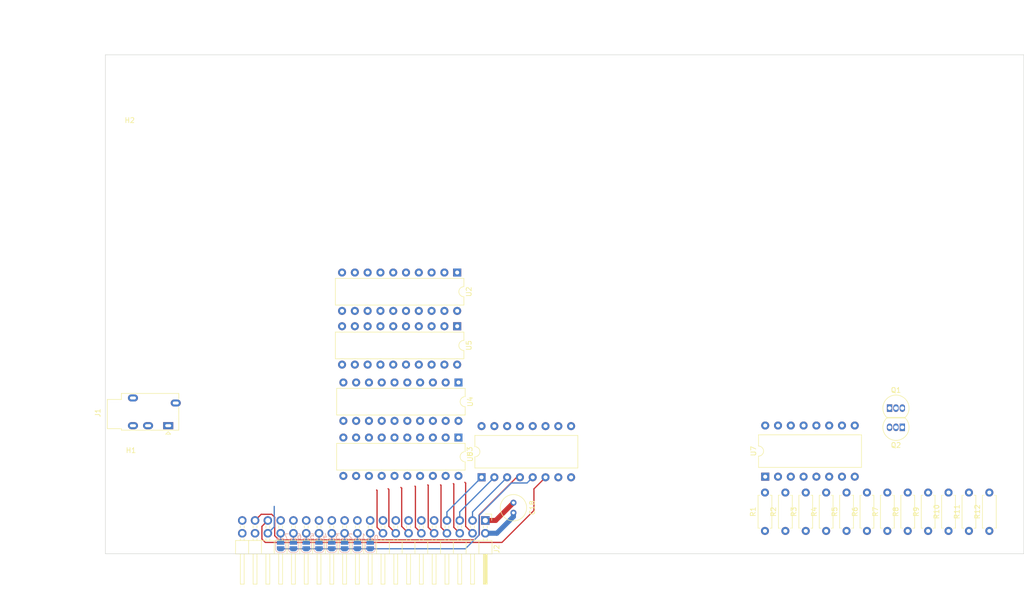
<source format=kicad_pcb>
(kicad_pcb (version 20221018) (generator pcbnew)
  (layers (0 "F.Cu" signal) (31 "B.Cu" signal) (34 "B.Paste" user) (35 "F.Paste" user) (36 "B.SilkS" user "B.Silkscreen") (37 "F.SilkS" user "F.Silkscreen") (38 "B.Mask" user) (39 "F.Mask" user) (44 "Edge.Cuts" user))
  (net 0 "")
  (net 1 "/Expansion/VCC")
  (net 2 "/Expansion/GND")
  (net 3 "/Expansion/A0")
  (net 4 "/Channel/D0")
  (net 5 "/Expansion/A1")
  (net 6 "/Channel/D1")
  (net 7 "/Expansion/A2")
  (net 8 "/Channel/D2")
  (net 9 "/Expansion/A3")
  (net 10 "/Channel/D3")
  (net 11 "/Expansion/A4")
  (net 12 "/Channel/D4")
  (net 13 "/Expansion/A5")
  (net 14 "/Channel/D5")
  (net 15 "/Expansion/A6")
  (net 16 "/Channel/D6")
  (net 17 "/Expansion/A7")
  (net 18 "/Channel/D7")
  (net 19 "/Expansion/A8")
  (net 20 "Net-(J2-Pin_20)")
  (net 21 "/Expansion/A9")
  (net 22 "Net-(J2-Pin_22)")
  (net 23 "/Expansion/A10")
  (net 24 "Net-(J2-Pin_24)")
  (net 25 "/Expansion/A11")
  (net 26 "Net-(J2-Pin_26)")
  (net 27 "/Expansion/A12")
  (net 28 "Net-(J2-Pin_28)")
  (net 29 "/Expansion/A13")
  (net 30 "Net-(J2-Pin_30)")
  (net 31 "/Expansion/A14")
  (net 32 "Net-(J2-Pin_32)")
  (net 33 "/Expansion/A15")
  (net 34 "Net-(J2-Pin_34)")
  (net 35 "/Expansion/Clock")
  (net 36 "/Channel/~{Reset}")
  (net 37 "/Expansion/R~{W}")
  (net 38 "/Expansion/~{NMI}")
  (net 39 "/Expansion/~{DMA}")
  (net 40 "/Expansion/~{IRQ}")
  (net 41 "/Expansion/~{CS}")
  (net 51 "GND")
  (net 53 "/Channel/~{EnvelopeLatch}")
  (net 55 "VCC")
  (net 56 "/Channel/~{NoteLatch}")
  (net 65 "/Channel/~{VolumeLatch}")
  (net 66 "/Channel/~{OctaveLatch}")
  (net 89 "Net-(Q1-C)")
  (net 90 "Net-(Q1-B)")
  (net 91 "Net-(Q1-E)")
  (net 92 "Net-(Q2-C)")
  (net 93 "+12V")
  (net 94 "/Channel/VCA/Signal")
  (net 95 "Net-(U7A--)")
  (net 96 "/Channel/Envelope generator/CvOut")
  (net 97 "Net-(R6-Pad2)")
  (net 98 "Net-(U7B--)")
  (net 99 "Net-(U7B-+)")
  (net 100 "Net-(R11-Pad2)")
  (net 101 "/Channel/SoundOut")
  (footprint "Package_TO_SOT_THT:TO-92_Inline" (layer "F.Cu") (at 220.726 111.506)
    (fp_text reference "Q1" (at 1.27 -3.56) (layer "F.SilkS"))
    (fp_text value "BC558")
    (pad "1" thru_hole rect (at 0 0) (size 1.05 1.5) (drill 0.75) (layers "*.Cu" "*.Mask") (net 89 "Net-(Q1-C)"))
    (pad "2" thru_hole oval (at 1.27 0) (size 1.05 1.5) (drill 0.75) (layers "*.Cu" "*.Mask") (net 90 "Net-(Q1-B)"))
    (pad "3" thru_hole oval (at 2.54 0) (size 1.05 1.5) (drill 0.75) (layers "*.Cu" "*.Mask") (net 91 "Net-(Q1-E)"))
  )
  (footprint "Package_DIP:DIP-20_W7.62mm" (layer "F.Cu") (at 134.874 95.25 -90)
    (fp_text reference "U5" (at 3.81 -2.33 90) (layer "F.SilkS"))
    (fp_text value "74HCT574")
    (pad "1" thru_hole rect (at 0 0 270) (size 1.6 1.6) (drill 0.8) (layers "*.Cu" "*.Mask") (net 51 "GND"))
    (pad "2" thru_hole oval (at 0 2.54 270) (size 1.6 1.6) (drill 0.8) (layers "*.Cu" "*.Mask") (net 4 "/Channel/D0"))
    (pad "3" thru_hole oval (at 0 5.08 270) (size 1.6 1.6) (drill 0.8) (layers "*.Cu" "*.Mask") (net 6 "/Channel/D1"))
    (pad "4" thru_hole oval (at 0 7.62 270) (size 1.6 1.6) (drill 0.8) (layers "*.Cu" "*.Mask") (net 8 "/Channel/D2"))
    (pad "5" thru_hole oval (at 0 10.16 270) (size 1.6 1.6) (drill 0.8) (layers "*.Cu" "*.Mask") (net 10 "/Channel/D3"))
    (pad "6" thru_hole oval (at 0 12.7 270) (size 1.6 1.6) (drill 0.8) (layers "*.Cu" "*.Mask") (net 12 "/Channel/D4"))
    (pad "7" thru_hole oval (at 0 15.24 270) (size 1.6 1.6) (drill 0.8) (layers "*.Cu" "*.Mask") (net 14 "/Channel/D5"))
    (pad "8" thru_hole oval (at 0 17.78 270) (size 1.6 1.6) (drill 0.8) (layers "*.Cu" "*.Mask") (net 16 "/Channel/D6"))
    (pad "9" thru_hole oval (at 0 20.32 270) (size 1.6 1.6) (drill 0.8) (layers "*.Cu" "*.Mask") (net 18 "/Channel/D7"))
    (pad "10" thru_hole oval (at 0 22.86 270) (size 1.6 1.6) (drill 0.8) (layers "*.Cu" "*.Mask") (net 51 "GND"))
    (pad "11" thru_hole oval (at 7.62 22.86 270) (size 1.6 1.6) (drill 0.8) (layers "*.Cu" "*.Mask") (net 53 "/Channel/~{EnvelopeLatch}"))
    (pad "12" thru_hole oval (at 7.62 20.32 270) (size 1.6 1.6) (drill 0.8) (layers "*.Cu" "*.Mask"))
    (pad "13" thru_hole oval (at 7.62 17.78 270) (size 1.6 1.6) (drill 0.8) (layers "*.Cu" "*.Mask"))
    (pad "14" thru_hole oval (at 7.62 15.24 270) (size 1.6 1.6) (drill 0.8) (layers "*.Cu" "*.Mask"))
    (pad "15" thru_hole oval (at 7.62 12.7 270) (size 1.6 1.6) (drill 0.8) (layers "*.Cu" "*.Mask"))
    (pad "16" thru_hole oval (at 7.62 10.16 270) (size 1.6 1.6) (drill 0.8) (layers "*.Cu" "*.Mask"))
    (pad "17" thru_hole oval (at 7.62 7.62 270) (size 1.6 1.6) (drill 0.8) (layers "*.Cu" "*.Mask"))
    (pad "18" thru_hole oval (at 7.62 5.08 270) (size 1.6 1.6) (drill 0.8) (layers "*.Cu" "*.Mask"))
    (pad "19" thru_hole oval (at 7.62 2.54 270) (size 1.6 1.6) (drill 0.8) (layers "*.Cu" "*.Mask"))
    (pad "20" thru_hole oval (at 7.62 0 270) (size 1.6 1.6) (drill 0.8) (layers "*.Cu" "*.Mask") (net 55 "VCC"))
  )
  (footprint "Resistor_THT:R_Axial_DIN0207_L6.3mm_D2.5mm_P7.62mm_Horizontal" (layer "F.Cu") (at 224.338 135.89 90)
    (fp_text reference "R8" (at 3.81 -2.37 90) (layer "F.SilkS"))
    (fp_text value "10k")
    (pad "1" thru_hole circle (at 0 0 90) (size 1.6 1.6) (drill 0.8) (layers "*.Cu" "*.Mask") (net 92 "Net-(Q2-C)"))
    (pad "2" thru_hole oval (at 7.62 0 90) (size 1.6 1.6) (drill 0.8) (layers "*.Cu" "*.Mask") (net 99 "Net-(U7B-+)"))
  )
  (footprint "Package_DIP:DIP-20_W7.62mm" (layer "F.Cu") (at 135.128 117.348 -90)
    (fp_text reference "U6" (at 3.81 -2.33 90) (layer "F.SilkS"))
    (fp_text value "74HCT574")
    (pad "1" thru_hole rect (at 0 0 270) (size 1.6 1.6) (drill 0.8) (layers "*.Cu" "*.Mask") (net 51 "GND"))
    (pad "2" thru_hole oval (at 0 2.54 270) (size 1.6 1.6) (drill 0.8) (layers "*.Cu" "*.Mask") (net 4 "/Channel/D0"))
    (pad "3" thru_hole oval (at 0 5.08 270) (size 1.6 1.6) (drill 0.8) (layers "*.Cu" "*.Mask") (net 6 "/Channel/D1"))
    (pad "4" thru_hole oval (at 0 7.62 270) (size 1.6 1.6) (drill 0.8) (layers "*.Cu" "*.Mask") (net 8 "/Channel/D2"))
    (pad "5" thru_hole oval (at 0 10.16 270) (size 1.6 1.6) (drill 0.8) (layers "*.Cu" "*.Mask") (net 10 "/Channel/D3"))
    (pad "6" thru_hole oval (at 0 12.7 270) (size 1.6 1.6) (drill 0.8) (layers "*.Cu" "*.Mask") (net 12 "/Channel/D4"))
    (pad "7" thru_hole oval (at 0 15.24 270) (size 1.6 1.6) (drill 0.8) (layers "*.Cu" "*.Mask") (net 14 "/Channel/D5"))
    (pad "8" thru_hole oval (at 0 17.78 270) (size 1.6 1.6) (drill 0.8) (layers "*.Cu" "*.Mask") (net 16 "/Channel/D6"))
    (pad "9" thru_hole oval (at 0 20.32 270) (size 1.6 1.6) (drill 0.8) (layers "*.Cu" "*.Mask") (net 18 "/Channel/D7"))
    (pad "10" thru_hole oval (at 0 22.86 270) (size 1.6 1.6) (drill 0.8) (layers "*.Cu" "*.Mask") (net 51 "GND"))
    (pad "11" thru_hole oval (at 7.62 22.86 270) (size 1.6 1.6) (drill 0.8) (layers "*.Cu" "*.Mask") (net 66 "/Channel/~{OctaveLatch}"))
    (pad "12" thru_hole oval (at 7.62 20.32 270) (size 1.6 1.6) (drill 0.8) (layers "*.Cu" "*.Mask"))
    (pad "13" thru_hole oval (at 7.62 17.78 270) (size 1.6 1.6) (drill 0.8) (layers "*.Cu" "*.Mask"))
    (pad "14" thru_hole oval (at 7.62 15.24 270) (size 1.6 1.6) (drill 0.8) (layers "*.Cu" "*.Mask"))
    (pad "15" thru_hole oval (at 7.62 12.7 270) (size 1.6 1.6) (drill 0.8) (layers "*.Cu" "*.Mask"))
    (pad "16" thru_hole oval (at 7.62 10.16 270) (size 1.6 1.6) (drill 0.8) (layers "*.Cu" "*.Mask"))
    (pad "17" thru_hole oval (at 7.62 7.62 270) (size 1.6 1.6) (drill 0.8) (layers "*.Cu" "*.Mask"))
    (pad "18" thru_hole oval (at 7.62 5.08 270) (size 1.6 1.6) (drill 0.8) (layers "*.Cu" "*.Mask"))
    (pad "19" thru_hole oval (at 7.62 2.54 270) (size 1.6 1.6) (drill 0.8) (layers "*.Cu" "*.Mask"))
    (pad "20" thru_hole oval (at 7.62 0 270) (size 1.6 1.6) (drill 0.8) (layers "*.Cu" "*.Mask") (net 55 "VCC"))
  )
  (footprint "Resistor_THT:R_Axial_DIN0207_L6.3mm_D2.5mm_P7.62mm_Horizontal" (layer "F.Cu") (at 204.088 135.89 90)
    (fp_text reference "R3" (at 3.81 -2.37 90) (layer "F.SilkS"))
    (fp_text value "100k")
    (pad "1" thru_hole circle (at 0 0 90) (size 1.6 1.6) (drill 0.8) (layers "*.Cu" "*.Mask") (net 94 "/Channel/VCA/Signal"))
    (pad "2" thru_hole oval (at 7.62 0 90) (size 1.6 1.6) (drill 0.8) (layers "*.Cu" "*.Mask") (net 90 "Net-(Q1-B)"))
  )
  (footprint "MountingHole:MountingHole_2.5mm" (layer "F.Cu") (at 70.100199 123.399723)
    (fp_text reference "H1" (at 0 -3.5) (layer "F.SilkS"))
    (fp_text value "Bracket mounting")
    (pad "" np_thru_hole circle (at 0 0) (size 2.5 2.5) (drill 2.5) (layers "*.Cu" "*.Mask"))
  )
  (footprint "Package_DIP:DIP-16_W10.16mm" (layer "F.Cu") (at 196.038 125.12 90)
    (fp_text reference "U7" (at 5.08 -2.33 90) (layer "F.SilkS"))
    (fp_text value "TL074")
    (pad "1" thru_hole rect (at 0 0 90) (size 1.6 1.6) (drill 0.8) (layers "*.Cu" "*.Mask") (net 97 "Net-(R6-Pad2)"))
    (pad "2" thru_hole oval (at 0 2.54 90) (size 1.6 1.6) (drill 0.8) (layers "*.Cu" "*.Mask") (net 95 "Net-(U7A--)"))
    (pad "3" thru_hole oval (at 0 5.08 90) (size 1.6 1.6) (drill 0.8) (layers "*.Cu" "*.Mask") (net 51 "GND"))
    (pad "4" thru_hole oval (at 0 7.62 90) (size 1.6 1.6) (drill 0.8) (layers "*.Cu" "*.Mask"))
    (pad "5" thru_hole oval (at 0 10.16 90) (size 1.6 1.6) (drill 0.8) (layers "*.Cu" "*.Mask") (net 99 "Net-(U7B-+)"))
    (pad "6" thru_hole oval (at 0 12.7 90) (size 1.6 1.6) (drill 0.8) (layers "*.Cu" "*.Mask") (net 98 "Net-(U7B--)"))
    (pad "7" thru_hole oval (at 0 15.24 90) (size 1.6 1.6) (drill 0.8) (layers "*.Cu" "*.Mask") (net 100 "Net-(R11-Pad2)"))
    (pad "8" thru_hole oval (at 0 17.78 90) (size 1.6 1.6) (drill 0.8) (layers "*.Cu" "*.Mask"))
    (pad "9" thru_hole oval (at 10.16 17.78 90) (size 1.6 1.6) (drill 0.8) (layers "*.Cu" "*.Mask"))
    (pad "10" thru_hole oval (at 10.16 15.24 90) (size 1.6 1.6) (drill 0.8) (layers "*.Cu" "*.Mask"))
    (pad "11" thru_hole oval (at 10.16 12.7 90) (size 1.6 1.6) (drill 0.8) (layers "*.Cu" "*.Mask"))
    (pad "12" thru_hole oval (at 10.16 10.16 90) (size 1.6 1.6) (drill 0.8) (layers "*.Cu" "*.Mask"))
    (pad "13" thru_hole oval (at 10.16 7.62 90) (size 1.6 1.6) (drill 0.8) (layers "*.Cu" "*.Mask"))
    (pad "14" thru_hole oval (at 10.16 5.08 90) (size 1.6 1.6) (drill 0.8) (layers "*.Cu" "*.Mask"))
    (pad "15" thru_hole oval (at 10.16 2.54 90) (size 1.6 1.6) (drill 0.8) (layers "*.Cu" "*.Mask"))
    (pad "16" thru_hole oval (at 10.16 0 90) (size 1.6 1.6) (drill 0.8) (layers "*.Cu" "*.Mask"))
  )
  (footprint "Resistor_THT:R_Axial_DIN0207_L6.3mm_D2.5mm_P7.62mm_Horizontal" (layer "F.Cu") (at 220.288 135.89 90)
    (fp_text reference "R7" (at 3.81 -2.37 90) (layer "F.SilkS"))
    (fp_text value "10k")
    (pad "1" thru_hole circle (at 0 0 90) (size 1.6 1.6) (drill 0.8) (layers "*.Cu" "*.Mask") (net 89 "Net-(Q1-C)"))
    (pad "2" thru_hole oval (at 7.62 0 90) (size 1.6 1.6) (drill 0.8) (layers "*.Cu" "*.Mask") (net 98 "Net-(U7B--)"))
  )
  (footprint "Resistor_THT:R_Axial_DIN0207_L6.3mm_D2.5mm_P7.62mm_Horizontal" (layer "F.Cu") (at 195.988 135.89 90)
    (fp_text reference "R1" (at 3.81 -2.37 90) (layer "F.SilkS"))
    (fp_text value "100k")
    (pad "1" thru_hole circle (at 0 0 90) (size 1.6 1.6) (drill 0.8) (layers "*.Cu" "*.Mask") (net 93 "+12V"))
    (pad "2" thru_hole oval (at 7.62 0 90) (size 1.6 1.6) (drill 0.8) (layers "*.Cu" "*.Mask") (net 89 "Net-(Q1-C)"))
  )
  (footprint "Package_DIP:DIP-20_W7.62mm" (layer "F.Cu") (at 135.133 106.416 -90)
    (fp_text reference "U4" (at 3.81 -2.33 90) (layer "F.SilkS"))
    (fp_text value "74HCT574")
    (pad "1" thru_hole rect (at 0 0 270) (size 1.6 1.6) (drill 0.8) (layers "*.Cu" "*.Mask") (net 51 "GND"))
    (pad "2" thru_hole oval (at 0 2.54 270) (size 1.6 1.6) (drill 0.8) (layers "*.Cu" "*.Mask") (net 4 "/Channel/D0"))
    (pad "3" thru_hole oval (at 0 5.08 270) (size 1.6 1.6) (drill 0.8) (layers "*.Cu" "*.Mask") (net 6 "/Channel/D1"))
    (pad "4" thru_hole oval (at 0 7.62 270) (size 1.6 1.6) (drill 0.8) (layers "*.Cu" "*.Mask") (net 8 "/Channel/D2"))
    (pad "5" thru_hole oval (at 0 10.16 270) (size 1.6 1.6) (drill 0.8) (layers "*.Cu" "*.Mask") (net 10 "/Channel/D3"))
    (pad "6" thru_hole oval (at 0 12.7 270) (size 1.6 1.6) (drill 0.8) (layers "*.Cu" "*.Mask") (net 12 "/Channel/D4"))
    (pad "7" thru_hole oval (at 0 15.24 270) (size 1.6 1.6) (drill 0.8) (layers "*.Cu" "*.Mask") (net 14 "/Channel/D5"))
    (pad "8" thru_hole oval (at 0 17.78 270) (size 1.6 1.6) (drill 0.8) (layers "*.Cu" "*.Mask") (net 16 "/Channel/D6"))
    (pad "9" thru_hole oval (at 0 20.32 270) (size 1.6 1.6) (drill 0.8) (layers "*.Cu" "*.Mask") (net 18 "/Channel/D7"))
    (pad "10" thru_hole oval (at 0 22.86 270) (size 1.6 1.6) (drill 0.8) (layers "*.Cu" "*.Mask") (net 51 "GND"))
    (pad "11" thru_hole oval (at 7.62 22.86 270) (size 1.6 1.6) (drill 0.8) (layers "*.Cu" "*.Mask") (net 65 "/Channel/~{VolumeLatch}"))
    (pad "12" thru_hole oval (at 7.62 20.32 270) (size 1.6 1.6) (drill 0.8) (layers "*.Cu" "*.Mask"))
    (pad "13" thru_hole oval (at 7.62 17.78 270) (size 1.6 1.6) (drill 0.8) (layers "*.Cu" "*.Mask"))
    (pad "14" thru_hole oval (at 7.62 15.24 270) (size 1.6 1.6) (drill 0.8) (layers "*.Cu" "*.Mask"))
    (pad "15" thru_hole oval (at 7.62 12.7 270) (size 1.6 1.6) (drill 0.8) (layers "*.Cu" "*.Mask"))
    (pad "16" thru_hole oval (at 7.62 10.16 270) (size 1.6 1.6) (drill 0.8) (layers "*.Cu" "*.Mask"))
    (pad "17" thru_hole oval (at 7.62 7.62 270) (size 1.6 1.6) (drill 0.8) (layers "*.Cu" "*.Mask"))
    (pad "18" thru_hole oval (at 7.62 5.08 270) (size 1.6 1.6) (drill 0.8) (layers "*.Cu" "*.Mask"))
    (pad "19" thru_hole oval (at 7.62 2.54 270) (size 1.6 1.6) (drill 0.8) (layers "*.Cu" "*.Mask"))
    (pad "20" thru_hole oval (at 7.62 0 270) (size 1.6 1.6) (drill 0.8) (layers "*.Cu" "*.Mask") (net 55 "VCC"))
  )
  (footprint "Connector_PinHeader_2.54mm:PinHeader_2x20_P2.54mm_Horizontal" (layer "F.Cu") (at 140.458199 133.813723 -90)
    (fp_text reference "J2" (at 5.655 -2.27 90) (layer "F.SilkS"))
    (fp_text value "Bus expansion")
    (pad "1" thru_hole rect (at 0 0 270) (size 1.7 1.7) (drill 1) (layers "*.Cu" "*.Mask") (net 1 "/Expansion/VCC"))
    (pad "2" thru_hole oval (at 2.54 0 270) (size 1.7 1.7) (drill 1) (layers "*.Cu" "*.Mask") (net 2 "/Expansion/GND"))
    (pad "3" thru_hole oval (at 0 2.54 270) (size 1.7 1.7) (drill 1) (layers "*.Cu" "*.Mask") (net 3 "/Expansion/A0"))
    (pad "4" thru_hole oval (at 2.54 2.54 270) (size 1.7 1.7) (drill 1) (layers "*.Cu" "*.Mask") (net 4 "/Channel/D0"))
    (pad "5" thru_hole oval (at 0 5.08 270) (size 1.7 1.7) (drill 1) (layers "*.Cu" "*.Mask") (net 5 "/Expansion/A1"))
    (pad "6" thru_hole oval (at 2.54 5.08 270) (size 1.7 1.7) (drill 1) (layers "*.Cu" "*.Mask") (net 6 "/Channel/D1"))
    (pad "7" thru_hole oval (at 0 7.62 270) (size 1.7 1.7) (drill 1) (layers "*.Cu" "*.Mask") (net 7 "/Expansion/A2"))
    (pad "8" thru_hole oval (at 2.54 7.62 270) (size 1.7 1.7) (drill 1) (layers "*.Cu" "*.Mask") (net 8 "/Channel/D2"))
    (pad "9" thru_hole oval (at 0 10.16 270) (size 1.7 1.7) (drill 1) (layers "*.Cu" "*.Mask") (net 9 "/Expansion/A3"))
    (pad "10" thru_hole oval (at 2.54 10.16 270) (size 1.7 1.7) (drill 1) (layers "*.Cu" "*.Mask") (net 10 "/Channel/D3"))
    (pad "11" thru_hole oval (at 0 12.7 270) (size 1.7 1.7) (drill 1) (layers "*.Cu" "*.Mask") (net 11 "/Expansion/A4"))
    (pad "12" thru_hole oval (at 2.54 12.7 270) (size 1.7 1.7) (drill 1) (layers "*.Cu" "*.Mask") (net 12 "/Channel/D4"))
    (pad "13" thru_hole oval (at 0 15.24 270) (size 1.7 1.7) (drill 1) (layers "*.Cu" "*.Mask") (net 13 "/Expansion/A5"))
    (pad "14" thru_hole oval (at 2.54 15.24 270) (size 1.7 1.7) (drill 1) (layers "*.Cu" "*.Mask") (net 14 "/Channel/D5"))
    (pad "15" thru_hole oval (at 0 17.78 270) (size 1.7 1.7) (drill 1) (layers "*.Cu" "*.Mask") (net 15 "/Expansion/A6"))
    (pad "16" thru_hole oval (at 2.54 17.78 270) (size 1.7 1.7) (drill 1) (layers "*.Cu" "*.Mask") (net 16 "/Channel/D6"))
    (pad "17" thru_hole oval (at 0 20.32 270) (size 1.7 1.7) (drill 1) (layers "*.Cu" "*.Mask") (net 17 "/Expansion/A7"))
    (pad "18" thru_hole oval (at 2.54 20.32 270) (size 1.7 1.7) (drill 1) (layers "*.Cu" "*.Mask") (net 18 "/Channel/D7"))
    (pad "19" thru_hole oval (at 0 22.86 270) (size 1.7 1.7) (drill 1) (layers "*.Cu" "*.Mask") (net 19 "/Expansion/A8"))
    (pad "20" thru_hole oval (at 2.54 22.86 270) (size 1.7 1.7) (drill 1) (layers "*.Cu" "*.Mask") (net 20 "Net-(J2-Pin_20)"))
    (pad "21" thru_hole oval (at 0 25.4 270) (size 1.7 1.7) (drill 1) (layers "*.Cu" "*.Mask") (net 21 "/Expansion/A9"))
    (pad "22" thru_hole oval (at 2.54 25.4 270) (size 1.7 1.7) (drill 1) (layers "*.Cu" "*.Mask") (net 22 "Net-(J2-Pin_22)"))
    (pad "23" thru_hole oval (at 0 27.94 270) (size 1.7 1.7) (drill 1) (layers "*.Cu" "*.Mask") (net 23 "/Expansion/A10"))
    (pad "24" thru_hole oval (at 2.54 27.94 270) (size 1.7 1.7) (drill 1) (layers "*.Cu" "*.Mask") (net 24 "Net-(J2-Pin_24)"))
    (pad "25" thru_hole oval (at 0 30.48 270) (size 1.7 1.7) (drill 1) (layers "*.Cu" "*.Mask") (net 25 "/Expansion/A11"))
    (pad "26" thru_hole oval (at 2.54 30.48 270) (size 1.7 1.7) (drill 1) (layers "*.Cu" "*.Mask") (net 26 "Net-(J2-Pin_26)"))
    (pad "27" thru_hole oval (at 0 33.02 270) (size 1.7 1.7) (drill 1) (layers "*.Cu" "*.Mask") (net 27 "/Expansion/A12"))
    (pad "28" thru_hole oval (at 2.54 33.02 270) (size 1.7 1.7) (drill 1) (layers "*.Cu" "*.Mask") (net 28 "Net-(J2-Pin_28)"))
    (pad "29" thru_hole oval (at 0 35.56 270) (size 1.7 1.7) (drill 1) (layers "*.Cu" "*.Mask") (net 29 "/Expansion/A13"))
    (pad "30" thru_hole oval (at 2.54 35.56 270) (size 1.7 1.7) (drill 1) (layers "*.Cu" "*.Mask") (net 30 "Net-(J2-Pin_30)"))
    (pad "31" thru_hole oval (at 0 38.1 270) (size 1.7 1.7) (drill 1) (layers "*.Cu" "*.Mask") (net 31 "/Expansion/A14"))
    (pad "32" thru_hole oval (at 2.54 38.1 270) (size 1.7 1.7) (drill 1) (layers "*.Cu" "*.Mask") (net 32 "Net-(J2-Pin_32)"))
    (pad "33" thru_hole oval (at 0 40.64 270) (size 1.7 1.7) (drill 1) (layers "*.Cu" "*.Mask") (net 33 "/Expansion/A15"))
    (pad "34" thru_hole oval (at 2.54 40.64 270) (size 1.7 1.7) (drill 1) (layers "*.Cu" "*.Mask") (net 34 "Net-(J2-Pin_34)"))
    (pad "35" thru_hole oval (at 0 43.18 270) (size 1.7 1.7) (drill 1) (layers "*.Cu" "*.Mask") (net 35 "/Expansion/Clock"))
    (pad "36" thru_hole oval (at 2.54 43.18 270) (size 1.7 1.7) (drill 1) (layers "*.Cu" "*.Mask") (net 36 "/Channel/~{Reset}"))
    (pad "37" thru_hole oval (at 0 45.72 270) (size 1.7 1.7) (drill 1) (layers "*.Cu" "*.Mask") (net 37 "/Expansion/R~{W}"))
    (pad "38" thru_hole oval (at 2.54 45.72 270) (size 1.7 1.7) (drill 1) (layers "*.Cu" "*.Mask") (net 38 "/Expansion/~{NMI}"))
    (pad "39" thru_hole oval (at 0 48.26 270) (size 1.7 1.7) (drill 1) (layers "*.Cu" "*.Mask") (net 39 "/Expansion/~{DMA}"))
    (pad "40" thru_hole oval (at 2.54 48.26 270) (size 1.7 1.7) (drill 1) (layers "*.Cu" "*.Mask") (net 40 "/Expansion/~{IRQ}"))
  )
  (footprint "Resistor_THT:R_Axial_DIN0207_L6.3mm_D2.5mm_P7.62mm_Horizontal" (layer "F.Cu") (at 232.438 135.89 90)
    (fp_text reference "R10" (at 3.81 -2.37 90) (layer "F.SilkS"))
    (fp_text value "470k")
    (pad "1" thru_hole circle (at 0 0 90) (size 1.6 1.6) (drill 0.8) (layers "*.Cu" "*.Mask") (net 99 "Net-(U7B-+)"))
    (pad "2" thru_hole oval (at 7.62 0 90) (size 1.6 1.6) (drill 0.8) (layers "*.Cu" "*.Mask") (net 51 "GND"))
  )
  (footprint "Resistor_THT:R_Axial_DIN0207_L6.3mm_D2.5mm_P7.62mm_Horizontal" (layer "F.Cu") (at 228.388 135.89 90)
    (fp_text reference "R9" (at 3.81 -2.37 90) (layer "F.SilkS"))
    (fp_text value "10k")
    (pad "1" thru_hole circle (at 0 0 90) (size 1.6 1.6) (drill 0.8) (layers "*.Cu" "*.Mask") (net 91 "Net-(Q1-E)"))
    (pad "2" thru_hole oval (at 7.62 0 90) (size 1.6 1.6) (drill 0.8) (layers "*.Cu" "*.Mask") (net 97 "Net-(R6-Pad2)"))
  )
  (footprint "Resistor_THT:R_Axial_DIN0207_L6.3mm_D2.5mm_P7.62mm_Horizontal" (layer "F.Cu") (at 240.538 135.89 90)
    (fp_text reference "R12" (at 3.81 -2.37 90) (layer "F.SilkS"))
    (fp_text value "1k")
    (pad "1" thru_hole circle (at 0 0 90) (size 1.6 1.6) (drill 0.8) (layers "*.Cu" "*.Mask") (net 100 "Net-(R11-Pad2)"))
    (pad "2" thru_hole oval (at 7.62 0 90) (size 1.6 1.6) (drill 0.8) (layers "*.Cu" "*.Mask") (net 101 "/Channel/SoundOut"))
  )
  (footprint "Package_DIP:DIP-20_W7.62mm" (layer "F.Cu") (at 134.874 84.582 -90)
    (fp_text reference "U2" (at 3.81 -2.33 90) (layer "F.SilkS"))
    (fp_text value "74HCT574")
    (pad "1" thru_hole rect (at 0 0 270) (size 1.6 1.6) (drill 0.8) (layers "*.Cu" "*.Mask") (net 51 "GND"))
    (pad "2" thru_hole oval (at 0 2.54 270) (size 1.6 1.6) (drill 0.8) (layers "*.Cu" "*.Mask") (net 4 "/Channel/D0"))
    (pad "3" thru_hole oval (at 0 5.08 270) (size 1.6 1.6) (drill 0.8) (layers "*.Cu" "*.Mask") (net 6 "/Channel/D1"))
    (pad "4" thru_hole oval (at 0 7.62 270) (size 1.6 1.6) (drill 0.8) (layers "*.Cu" "*.Mask") (net 8 "/Channel/D2"))
    (pad "5" thru_hole oval (at 0 10.16 270) (size 1.6 1.6) (drill 0.8) (layers "*.Cu" "*.Mask") (net 10 "/Channel/D3"))
    (pad "6" thru_hole oval (at 0 12.7 270) (size 1.6 1.6) (drill 0.8) (layers "*.Cu" "*.Mask") (net 12 "/Channel/D4"))
    (pad "7" thru_hole oval (at 0 15.24 270) (size 1.6 1.6) (drill 0.8) (layers "*.Cu" "*.Mask") (net 14 "/Channel/D5"))
    (pad "8" thru_hole oval (at 0 17.78 270) (size 1.6 1.6) (drill 0.8) (layers "*.Cu" "*.Mask") (net 16 "/Channel/D6"))
    (pad "9" thru_hole oval (at 0 20.32 270) (size 1.6 1.6) (drill 0.8) (layers "*.Cu" "*.Mask") (net 18 "/Channel/D7"))
    (pad "10" thru_hole oval (at 0 22.86 270) (size 1.6 1.6) (drill 0.8) (layers "*.Cu" "*.Mask") (net 51 "GND"))
    (pad "11" thru_hole oval (at 7.62 22.86 270) (size 1.6 1.6) (drill 0.8) (layers "*.Cu" "*.Mask") (net 56 "/Channel/~{NoteLatch}"))
    (pad "12" thru_hole oval (at 7.62 20.32 270) (size 1.6 1.6) (drill 0.8) (layers "*.Cu" "*.Mask"))
    (pad "13" thru_hole oval (at 7.62 17.78 270) (size 1.6 1.6) (drill 0.8) (layers "*.Cu" "*.Mask"))
    (pad "14" thru_hole oval (at 7.62 15.24 270) (size 1.6 1.6) (drill 0.8) (layers "*.Cu" "*.Mask"))
    (pad "15" thru_hole oval (at 7.62 12.7 270) (size 1.6 1.6) (drill 0.8) (layers "*.Cu" "*.Mask"))
    (pad "16" thru_hole oval (at 7.62 10.16 270) (size 1.6 1.6) (drill 0.8) (layers "*.Cu" "*.Mask"))
    (pad "17" thru_hole oval (at 7.62 7.62 270) (size 1.6 1.6) (drill 0.8) (layers "*.Cu" "*.Mask"))
    (pad "18" thru_hole oval (at 7.62 5.08 270) (size 1.6 1.6) (drill 0.8) (layers "*.Cu" "*.Mask"))
    (pad "19" thru_hole oval (at 7.62 2.54 270) (size 1.6 1.6) (drill 0.8) (layers "*.Cu" "*.Mask"))
    (pad "20" thru_hole oval (at 7.62 0 270) (size 1.6 1.6) (drill 0.8) (layers "*.Cu" "*.Mask") (net 55 "VCC"))
  )
  (footprint "Capacitor_THT:C_Radial_D5.0mm_H7.0mm_P2.00mm" (layer "F.Cu") (at 146.046199 130.289723 -90)
    (fp_text reference "C18" (at 1 -3.75 90) (layer "F.SilkS"))
    (fp_text value "100nf")
    (pad "1" thru_hole circle (at 0 0 270) (size 1.2 1.2) (drill 0.6) (layers "*.Cu" "*.Mask") (net 1 "/Expansion/VCC"))
    (pad "2" thru_hole circle (at 2 0 270) (size 1.2 1.2) (drill 0.6) (layers "*.Cu" "*.Mask") (net 2 "/Expansion/GND"))
  )
  (footprint "Resistor_THT:R_Axial_DIN0207_L6.3mm_D2.5mm_P7.62mm_Horizontal" (layer "F.Cu") (at 216.238 135.89 90)
    (fp_text reference "R6" (at 3.81 -2.37 90) (layer "F.SilkS"))
    (fp_text value "33k")
    (pad "1" thru_hole circle (at 0 0 90) (size 1.6 1.6) (drill 0.8) (layers "*.Cu" "*.Mask") (net 95 "Net-(U7A--)"))
    (pad "2" thru_hole oval (at 7.62 0 90) (size 1.6 1.6) (drill 0.8) (layers "*.Cu" "*.Mask") (net 97 "Net-(R6-Pad2)"))
  )
  (footprint "Resistor_THT:R_Axial_DIN0207_L6.3mm_D2.5mm_P7.62mm_Horizontal" (layer "F.Cu") (at 236.488 135.89 90)
    (fp_text reference "R11" (at 3.81 -2.37 90) (layer "F.SilkS"))
    (fp_text value "470k")
    (pad "1" thru_hole circle (at 0 0 90) (size 1.6 1.6) (drill 0.8) (layers "*.Cu" "*.Mask") (net 98 "Net-(U7B--)"))
    (pad "2" thru_hole oval (at 7.62 0 90) (size 1.6 1.6) (drill 0.8) (layers "*.Cu" "*.Mask") (net 100 "Net-(R11-Pad2)"))
  )
  (footprint "Resistor_THT:R_Axial_DIN0207_L6.3mm_D2.5mm_P7.62mm_Horizontal" (layer "F.Cu") (at 208.138 135.89 90)
    (fp_text reference "R4" (at 3.81 -2.37 90) (layer "F.SilkS"))
    (fp_text value "100R")
    (pad "1" thru_hole circle (at 0 0 90) (size 1.6 1.6) (drill 0.8) (layers "*.Cu" "*.Mask") (net 90 "Net-(Q1-B)"))
    (pad "2" thru_hole oval (at 7.62 0 90) (size 1.6 1.6) (drill 0.8) (layers "*.Cu" "*.Mask") (net 51 "GND"))
  )
  (footprint "Package_DIP:DIP-16_W10.16mm" (layer "F.Cu") (at 139.715 125.242 90)
    (fp_text reference "U3" (at 5.08 -2.33 90) (layer "F.SilkS"))
    (fp_text value "74HCT138")
    (pad "1" thru_hole rect (at 0 0 90) (size 1.6 1.6) (drill 0.8) (layers "*.Cu" "*.Mask") (net 7 "/Expansion/A2"))
    (pad "2" thru_hole oval (at 0 2.54 90) (size 1.6 1.6) (drill 0.8) (layers "*.Cu" "*.Mask") (net 5 "/Expansion/A1"))
    (pad "3" thru_hole oval (at 0 5.08 90) (size 1.6 1.6) (drill 0.8) (layers "*.Cu" "*.Mask") (net 3 "/Expansion/A0"))
    (pad "4" thru_hole oval (at 0 7.62 90) (size 1.6 1.6) (drill 0.8) (layers "*.Cu" "*.Mask") (net 37 "/Expansion/R~{W}"))
    (pad "5" thru_hole oval (at 0 10.16 90) (size 1.6 1.6) (drill 0.8) (layers "*.Cu" "*.Mask") (net 41 "/Expansion/~{CS}"))
    (pad "6" thru_hole oval (at 0 12.7 90) (size 1.6 1.6) (drill 0.8) (layers "*.Cu" "*.Mask") (net 35 "/Expansion/Clock"))
    (pad "7" thru_hole oval (at 0 15.24 90) (size 1.6 1.6) (drill 0.8) (layers "*.Cu" "*.Mask"))
    (pad "8" thru_hole oval (at 0 17.78 90) (size 1.6 1.6) (drill 0.8) (layers "*.Cu" "*.Mask"))
    (pad "9" thru_hole oval (at 10.16 17.78 90) (size 1.6 1.6) (drill 0.8) (layers "*.Cu" "*.Mask"))
    (pad "10" thru_hole oval (at 10.16 15.24 90) (size 1.6 1.6) (drill 0.8) (layers "*.Cu" "*.Mask"))
    (pad "11" thru_hole oval (at 10.16 12.7 90) (size 1.6 1.6) (drill 0.8) (layers "*.Cu" "*.Mask"))
    (pad "12" thru_hole oval (at 10.16 10.16 90) (size 1.6 1.6) (drill 0.8) (layers "*.Cu" "*.Mask"))
    (pad "13" thru_hole oval (at 10.16 7.62 90) (size 1.6 1.6) (drill 0.8) (layers "*.Cu" "*.Mask") (net 65 "/Channel/~{VolumeLatch}"))
    (pad "14" thru_hole oval (at 10.16 5.08 90) (size 1.6 1.6) (drill 0.8) (layers "*.Cu" "*.Mask") (net 56 "/Channel/~{NoteLatch}"))
    (pad "15" thru_hole oval (at 10.16 2.54 90) (size 1.6 1.6) (drill 0.8) (layers "*.Cu" "*.Mask") (net 66 "/Channel/~{OctaveLatch}"))
    (pad "16" thru_hole oval (at 10.16 0 90) (size 1.6 1.6) (drill 0.8) (layers "*.Cu" "*.Mask"))
  )
  (footprint "Connector_Audio:Jack_3.5mm_PJ320E_Horizontal" (layer "F.Cu") (at 77.494 114.99 90)
    (fp_text reference "J1" (at 2.54 -13.97 90) (layer "F.SilkS"))
    (fp_text value "AudioJack2_SwitchT")
    (pad "" np_thru_hole circle (at 2.3 -5.7) (size 1.2 1.2) (drill 1.2) (layers "*.Cu" "*.Mask"))
    (pad "" np_thru_hole circle (at 2.3 1.3) (size 1.2 1.2) (drill 1.2) (layers "*.Cu" "*.Mask"))
    (pad "" thru_hole oval (at 5.5 -7) (size 2 1.4) (drill oval 1.2 0.6) (layers "*.Cu" "*.Mask"))
    (pad "R1" thru_hole oval (at 0 -4) (size 2 1.4) (drill oval 1.2 0.6) (layers "*.Cu" "*.Mask"))
    (pad "R2" thru_hole oval (at 0 -7) (size 2 1.4) (drill oval 1.2 0.6) (layers "*.Cu" "*.Mask"))
    (pad "S" thru_hole oval (at 4.5 1.5) (size 2 1.4) (drill oval 1.2 0.6) (layers "*.Cu" "*.Mask"))
    (pad "T" thru_hole rect (at 0 0) (size 2 1.4) (drill oval 1.2 0.6) (layers "*.Cu" "*.Mask"))
  )
  (footprint "MountingHole:MountingHole_2.5mm" (layer "F.Cu") (at 69.846199 57.867723)
    (fp_text reference "H2" (at 0 -3.5) (layer "F.SilkS"))
    (fp_text value "Bracket mounting")
    (pad "" np_thru_hole circle (at 0 0) (size 2.5 2.5) (drill 2.5) (layers "*.Cu" "*.Mask"))
  )
  (footprint "Package_TO_SOT_THT:TO-92_Inline" (layer "F.Cu") (at 223.266 115.316 180)
    (fp_text reference "Q2" (at 1.27 -3.56) (layer "F.SilkS"))
    (fp_text value "BC558")
    (pad "1" thru_hole rect (at 0 0 180) (size 1.05 1.5) (drill 0.75) (layers "*.Cu" "*.Mask") (net 92 "Net-(Q2-C)"))
    (pad "2" thru_hole oval (at 1.27 0 180) (size 1.05 1.5) (drill 0.75) (layers "*.Cu" "*.Mask") (net 51 "GND"))
    (pad "3" thru_hole oval (at 2.54 0 180) (size 1.05 1.5) (drill 0.75) (layers "*.Cu" "*.Mask") (net 91 "Net-(Q1-E)"))
  )
  (footprint "Resistor_THT:R_Axial_DIN0207_L6.3mm_D2.5mm_P7.62mm_Horizontal" (layer "F.Cu") (at 200.038 135.89 90)
    (fp_text reference "R2" (at 3.81 -2.37 90) (layer "F.SilkS"))
    (fp_text value "100k")
    (pad "1" thru_hole circle (at 0 0 90) (size 1.6 1.6) (drill 0.8) (layers "*.Cu" "*.Mask") (net 93 "+12V"))
    (pad "2" thru_hole oval (at 7.62 0 90) (size 1.6 1.6) (drill 0.8) (layers "*.Cu" "*.Mask") (net 92 "Net-(Q2-C)"))
  )
  (footprint "Resistor_THT:R_Axial_DIN0207_L6.3mm_D2.5mm_P7.62mm_Horizontal" (layer "F.Cu") (at 212.188 135.89 90)
    (fp_text reference "R5" (at 3.81 -2.37 90) (layer "F.SilkS"))
    (fp_text value "200k")
    (pad "1" thru_hole circle (at 0 0 90) (size 1.6 1.6) (drill 0.8) (layers "*.Cu" "*.Mask") (net 95 "Net-(U7A--)"))
    (pad "2" thru_hole oval (at 7.62 0 90) (size 1.6 1.6) (drill 0.8) (layers "*.Cu" "*.Mask") (net 96 "/Channel/Envelope generator/CvOut"))
  )
  (footprint "Jumper:SolderJumper-2_P1.3mm_Open_RoundedPad1.0x1.5mm" (layer "B.Cu") (at 107.438199 138.781723 -90)
    (fp_text reference "JP5" hide)
    (fp_text value "SolderJumper_2_Open" hide)
    (pad "1" smd custom (at -0.65 0 270) (size 1 0.5) (layers "B.Cu" "B.Mask") (net 28 "Net-(J2-Pin_28)") (options (clearance outline) (anchor rect)) (primitives (gr_circle (center 0 -0.25) (end 0.5 -0.25) (width 0) (fill yes)) (gr_circle (center 0 0.25) (end 0.5 0.25) (width 0) (fill yes)) (gr_poly (pts (xy 0.5 -0.75) (xy 0 -0.75) (xy 0 0.75) (xy 0.5 0.75)) (width 0) (fill yes))))
    (pad "2" smd custom (at 0.65 0 270) (size 1 0.5) (layers "B.Cu" "B.Mask") (net 41 "/Expansion/~{CS}") (options (clearance outline) (anchor rect)) (primitives (gr_circle (center 0 -0.25) (end 0.5 -0.25) (width 0) (fill yes)) (gr_circle (center 0 0.25) (end 0.5 0.25) (width 0) (fill yes)) (gr_poly (pts (xy 0 -0.75) (xy -0.5 -0.75) (xy -0.5 0.75) (xy 0 0.75)) (width 0) (fill yes))))
  )
  (footprint "Jumper:SolderJumper-2_P1.3mm_Open_RoundedPad1.0x1.5mm" (layer "B.Cu") (at 109.978199 138.781723 -90)
    (fp_text reference "JP4" hide)
    (fp_text value "SolderJumper_2_Open" hide)
    (pad "1" smd custom (at -0.65 0 270) (size 1 0.5) (layers "B.Cu" "B.Mask") (net 26 "Net-(J2-Pin_26)") (options (clearance outline) (anchor rect)) (primitives (gr_circle (center 0 -0.25) (end 0.5 -0.25) (width 0) (fill yes)) (gr_circle (center 0 0.25) (end 0.5 0.25) (width 0) (fill yes)) (gr_poly (pts (xy 0.5 -0.75) (xy 0 -0.75) (xy 0 0.75) (xy 0.5 0.75)) (width 0) (fill yes))))
    (pad "2" smd custom (at 0.65 0 270) (size 1 0.5) (layers "B.Cu" "B.Mask") (net 41 "/Expansion/~{CS}") (options (clearance outline) (anchor rect)) (primitives (gr_circle (center 0 -0.25) (end 0.5 -0.25) (width 0) (fill yes)) (gr_circle (center 0 0.25) (end 0.5 0.25) (width 0) (fill yes)) (gr_poly (pts (xy 0 -0.75) (xy -0.5 -0.75) (xy -0.5 0.75) (xy 0 0.75)) (width 0) (fill yes))))
  )
  (footprint "Jumper:SolderJumper-2_P1.3mm_Open_RoundedPad1.0x1.5mm" (layer "B.Cu") (at 99.818199 138.781723 -90)
    (fp_text reference "JP8" hide)
    (fp_text value "SolderJumper_2_Open" hide)
    (pad "1" smd custom (at -0.65 0 270) (size 1 0.5) (layers "B.Cu" "B.Mask") (net 34 "Net-(J2-Pin_34)") (options (clearance outline) (anchor rect)) (primitives (gr_circle (center 0 -0.25) (end 0.5 -0.25) (width 0) (fill yes)) (gr_circle (center 0 0.25) (end 0.5 0.25) (width 0) (fill yes)) (gr_poly (pts (xy 0.5 -0.75) (xy 0 -0.75) (xy 0 0.75) (xy 0.5 0.75)) (width 0) (fill yes))))
    (pad "2" smd custom (at 0.65 0 270) (size 1 0.5) (layers "B.Cu" "B.Mask") (net 41 "/Expansion/~{CS}") (options (clearance outline) (anchor rect)) (primitives (gr_circle (center 0 -0.25) (end 0.5 -0.25) (width 0) (fill yes)) (gr_circle (center 0 0.25) (end 0.5 0.25) (width 0) (fill yes)) (gr_poly (pts (xy 0 -0.75) (xy -0.5 -0.75) (xy -0.5 0.75) (xy 0 0.75)) (width 0) (fill yes))))
  )
  (footprint "Jumper:SolderJumper-2_P1.3mm_Open_RoundedPad1.0x1.5mm" (layer "B.Cu") (at 115.058199 138.781723 -90)
    (fp_text reference "JP2" hide)
    (fp_text value "SolderJumper_2_Open" hide)
    (pad "1" smd custom (at -0.65 0 270) (size 1 0.5) (layers "B.Cu" "B.Mask") (net 22 "Net-(J2-Pin_22)") (options (clearance outline) (anchor rect)) (primitives (gr_circle (center 0 -0.25) (end 0.5 -0.25) (width 0) (fill yes)) (gr_circle (center 0 0.25) (end 0.5 0.25) (width 0) (fill yes)) (gr_poly (pts (xy 0.5 -0.75) (xy 0 -0.75) (xy 0 0.75) (xy 0.5 0.75)) (width 0) (fill yes))))
    (pad "2" smd custom (at 0.65 0 270) (size 1 0.5) (layers "B.Cu" "B.Mask") (net 41 "/Expansion/~{CS}") (options (clearance outline) (anchor rect)) (primitives (gr_circle (center 0 -0.25) (end 0.5 -0.25) (width 0) (fill yes)) (gr_circle (center 0 0.25) (end 0.5 0.25) (width 0) (fill yes)) (gr_poly (pts (xy 0 -0.75) (xy -0.5 -0.75) (xy -0.5 0.75) (xy 0 0.75)) (width 0) (fill yes))))
  )
  (footprint "Jumper:SolderJumper-2_P1.3mm_Open_RoundedPad1.0x1.5mm" (layer "B.Cu") (at 112.518199 138.781723 -90)
    (fp_text reference "JP3" hide)
    (fp_text value "SolderJumper_2_Open" hide)
    (pad "1" smd custom (at -0.65 0 270) (size 1 0.5) (layers "B.Cu" "B.Mask") (net 24 "Net-(J2-Pin_24)") (options (clearance outline) (anchor rect)) (primitives (gr_circle (center 0 -0.25) (end 0.5 -0.25) (width 0) (fill yes)) (gr_circle (center 0 0.25) (end 0.5 0.25) (width 0) (fill yes)) (gr_poly (pts (xy 0.5 -0.75) (xy 0 -0.75) (xy 0 0.75) (xy 0.5 0.75)) (width 0) (fill yes))))
    (pad "2" smd custom (at 0.65 0 270) (size 1 0.5) (layers "B.Cu" "B.Mask") (net 41 "/Expansion/~{CS}") (options (clearance outline) (anchor rect)) (primitives (gr_circle (center 0 -0.25) (end 0.5 -0.25) (width 0) (fill yes)) (gr_circle (center 0 0.25) (end 0.5 0.25) (width 0) (fill yes)) (gr_poly (pts (xy 0 -0.75) (xy -0.5 -0.75) (xy -0.5 0.75) (xy 0 0.75)) (width 0) (fill yes))))
  )
  (footprint "Jumper:SolderJumper-2_P1.3mm_Open_RoundedPad1.0x1.5mm" (layer "B.Cu") (at 117.598199 138.781723 -90)
    (fp_text reference "JP1" hide)
    (fp_text value "SolderJumper_2_Open" hide)
    (pad "1" smd custom (at -0.65 0 270) (size 1 0.5) (layers "B.Cu" "B.Mask") (net 20 "Net-(J2-Pin_20)") (options (clearance outline) (anchor rect)) (primitives (gr_circle (center 0 -0.25) (end 0.5 -0.25) (width 0) (fill yes)) (gr_circle (center 0 0.25) (end 0.5 0.25) (width 0) (fill yes)) (gr_poly (pts (xy 0.5 -0.75) (xy 0 -0.75) (xy 0 0.75) (xy 0.5 0.75)) (width 0) (fill yes))))
    (pad "2" smd custom (at 0.65 0 270) (size 1 0.5) (layers "B.Cu" "B.Mask") (net 41 "/Expansion/~{CS}") (options (clearance outline) (anchor rect)) (primitives (gr_circle (center 0 -0.25) (end 0.5 -0.25) (width 0) (fill yes)) (gr_circle (center 0 0.25) (end 0.5 0.25) (width 0) (fill yes)) (gr_poly (pts (xy 0 -0.75) (xy -0.5 -0.75) (xy -0.5 0.75) (xy 0 0.75)) (width 0) (fill yes))))
  )
  (footprint "Jumper:SolderJumper-2_P1.3mm_Open_RoundedPad1.0x1.5mm" (layer "B.Cu") (at 102.358199 138.781723 -90)
    (fp_text reference "JP7" hide)
    (fp_text value "SolderJumper_2_Open" hide)
    (pad "1" smd custom (at -0.65 0 270) (size 1 0.5) (layers "B.Cu" "B.Mask") (net 32 "Net-(J2-Pin_32)") (options (clearance outline) (anchor rect)) (primitives (gr_circle (center 0 -0.25) (end 0.5 -0.25) (width 0) (fill yes)) (gr_circle (center 0 0.25) (end 0.5 0.25) (width 0) (fill yes)) (gr_poly (pts (xy 0.5 -0.75) (xy 0 -0.75) (xy 0 0.75) (xy 0.5 0.75)) (width 0) (fill yes))))
    (pad "2" smd custom (at 0.65 0 270) (size 1 0.5) (layers "B.Cu" "B.Mask") (net 41 "/Expansion/~{CS}") (options (clearance outline) (anchor rect)) (primitives (gr_circle (center 0 -0.25) (end 0.5 -0.25) (width 0) (fill yes)) (gr_circle (center 0 0.25) (end 0.5 0.25) (width 0) (fill yes)) (gr_poly (pts (xy 0 -0.75) (xy -0.5 -0.75) (xy -0.5 0.75) (xy 0 0.75)) (width 0) (fill yes))))
  )
  (footprint "Jumper:SolderJumper-2_P1.3mm_Open_RoundedPad1.0x1.5mm" (layer "B.Cu") (at 104.898199 138.781723 -90)
    (fp_text reference "JP6" hide)
    (fp_text value "SolderJumper_2_Open" hide)
    (pad "1" smd custom (at -0.65 0 270) (size 1 0.5) (layers "B.Cu" "B.Mask") (net 30 "Net-(J2-Pin_30)") (options (clearance outline) (anchor rect)) (primitives (gr_circle (center 0 -0.25) (end 0.5 -0.25) (width 0) (fill yes)) (gr_circle (center 0 0.25) (end 0.5 0.25) (width 0) (fill yes)) (gr_poly (pts (xy 0.5 -0.75) (xy 0 -0.75) (xy 0 0.75) (xy 0.5 0.75)) (width 0) (fill yes))))
    (pad "2" smd custom (at 0.65 0 270) (size 1 0.5) (layers "B.Cu" "B.Mask") (net 41 "/Expansion/~{CS}") (options (clearance outline) (anchor rect)) (primitives (gr_circle (center 0 -0.25) (end 0.5 -0.25) (width 0) (fill yes)) (gr_circle (center 0 0.25) (end 0.5 0.25) (width 0) (fill yes)) (gr_poly (pts (xy 0 -0.75) (xy -0.5 -0.75) (xy -0.5 0.75) (xy 0 0.75)) (width 0) (fill yes))))
  )
  (gr_line (start 247.392199 41.357723) (end 247.392199 140.417723) (stroke (width 0.1)) (layer "Edge.Cuts"))
  (gr_line (start 65.020199 41.357723) (end 65.020199 140.417723) (stroke (width 0.1)) (layer "Edge.Cuts"))
  (gr_line (start 65.020199 140.417723) (end 247.392199 140.417723) (stroke (width 0.1)) (layer "Edge.Cuts"))
  (gr_line (start 65.020199 41.357723) (end 247.392199 41.357723) (stroke (width 0.1)) (layer "Edge.Cuts"))
  (gr_text "5" (at 106.643224 137.586748) (layer "B.SilkS") (effects (font (size 1 1)) (justify left bottom mirror)))
  (gr_text "4" (at 109.183224 137.586748) (layer "B.SilkS") (effects (font (size 1 1)) (justify left bottom mirror)))
  (gr_text "1" (at 116.803224 137.586748) (layer "B.SilkS") (effects (font (size 1 1)) (justify left bottom mirror)))
  (gr_text "2" (at 114.263224 137.586748) (layer "B.SilkS") (effects (font (size 1 1)) (justify left bottom mirror)))
  (gr_text "3" (at 111.723224 137.586748) (layer "B.SilkS") (effects (font (size 1 1)) (justify left bottom mirror)))
  (gr_text "6" (at 104.103224 137.586748) (layer "B.SilkS") (effects (font (size 1 1)) (justify left bottom mirror)))
  (gr_text "7" (at 101.563224 137.586748) (layer "B.SilkS") (effects (font (size 1 1)) (justify left bottom mirror)))
  (gr_text "0" (at 119.376199 137.877723) (layer "B.SilkS") (effects (font (size 1 1)) (justify left bottom mirror)))
  (segment (start 140.458199 133.813723) (end 142.522199 133.813723) (width 1) (layer "F.Cu") (net 1))
  (segment (start 142.522199 133.813723) (end 146.046199 130.289723) (width 1) (layer "F.Cu") (net 1))
  (segment (start 142.744199 136.353723) (end 146.046199 133.051723) (width 1) (layer "B.Cu") (net 2))
  (segment (start 146.046199 133.051723) (end 146.046199 132.289723) (width 1) (layer "B.Cu") (net 2))
  (segment (start 140.458199 136.353723) (end 142.744199 136.353723) (width 1) (layer "B.Cu") (net 2))
  (segment (start 137.918199 133.813723) (end 137.918199 132.118801) (width 0.25) (layer "B.Cu") (net 3))
  (segment (start 137.918199 132.118801) (end 144.795 125.242) (width 0.25) (layer "B.Cu") (net 3))
  (segment (start 137.918199 136.353723) (end 136.553199 134.988723) (width 0.25) (layer "F.Cu") (net 4))
  (segment (start 136.553199 134.988723) (end 136.553199 126.393199) (width 0.25) (layer "F.Cu") (net 4))
  (segment (start 136.553199 126.393199) (end 136.398 126.238) (width 0.25) (layer "F.Cu") (net 4))
  (segment (start 135.378199 133.813723) (end 135.378199 132.118801) (width 0.25) (layer "B.Cu") (net 5))
  (segment (start 135.378199 132.118801) (end 142.255 125.242) (width 0.25) (layer "B.Cu") (net 5))
  (segment (start 134.203199 126.583199) (end 134.112 126.492) (width 0.25) (layer "F.Cu") (net 6))
  (segment (start 134.203199 135.178723) (end 134.203199 126.583199) (width 0.25) (layer "F.Cu") (net 6))
  (segment (start 135.378199 136.353723) (end 134.203199 135.178723) (width 0.25) (layer "F.Cu") (net 6))
  (segment (start 132.838199 132.118801) (end 139.715 125.242) (width 0.25) (layer "B.Cu") (net 7))
  (segment (start 132.838199 133.813723) (end 132.838199 132.118801) (width 0.25) (layer "B.Cu") (net 7))
  (segment (start 131.663199 135.178723) (end 131.663199 126.837199) (width 0.25) (layer "F.Cu") (net 8))
  (segment (start 131.663199 126.837199) (end 131.572 126.746) (width 0.25) (layer "F.Cu") (net 8))
  (segment (start 132.838199 136.353723) (end 131.663199 135.178723) (width 0.25) (layer "F.Cu") (net 8))
  (segment (start 129.123199 126.837199) (end 129.032 126.746) (width 0.25) (layer "F.Cu") (net 10))
  (segment (start 129.123199 135.178723) (end 129.123199 126.837199) (width 0.25) (layer "F.Cu") (net 10))
  (segment (start 130.298199 136.353723) (end 129.123199 135.178723) (width 0.25) (layer "F.Cu") (net 10))
  (segment (start 127.758199 136.353723) (end 126.583199 135.178723) (width 0.25) (layer "F.Cu") (net 12))
  (segment (start 126.583199 135.178723) (end 126.583199 127.091199) (width 0.25) (layer "F.Cu") (net 12))
  (segment (start 126.583199 127.091199) (end 126.492 127) (width 0.25) (layer "F.Cu") (net 12))
  (segment (start 123.853199 127.409199) (end 123.698 127.254) (width 0.25) (layer "F.Cu") (net 14))
  (segment (start 123.853199 134.988723) (end 123.853199 127.409199) (width 0.25) (layer "F.Cu") (net 14))
  (segment (start 125.218199 136.353723) (end 123.853199 134.988723) (width 0.25) (layer "F.Cu") (net 14))
  (segment (start 122.678199 136.353723) (end 121.313199 134.988723) (width 0.25) (layer "F.Cu") (net 16))
  (segment (start 121.313199 134.988723) (end 121.313199 127.663199) (width 0.25) (layer "F.Cu") (net 16))
  (segment (start 121.158 127.508) (end 121.313199 127.663199) (width 0.25) (layer "F.Cu") (net 16))
  (segment (start 118.963199 127.853199) (end 118.872 127.762) (width 0.25) (layer "F.Cu") (net 18))
  (segment (start 120.138199 136.353723) (end 118.963199 135.178723) (width 0.25) (layer "F.Cu") (net 18))
  (segment (start 118.963199 135.178723) (end 118.963199 127.853199) (width 0.25) (layer "F.Cu") (net 18))
  (segment (start 117.598199 138.131723) (end 117.598199 136.353723) (width 0.25) (layer "B.Cu") (net 20))
  (segment (start 115.058199 138.131723) (end 115.058199 136.353723) (width 0.25) (layer "B.Cu") (net 22))
  (segment (start 112.518199 138.131723) (end 112.518199 136.353723) (width 0.25) (layer "B.Cu") (net 24))
  (segment (start 109.978199 138.131723) (end 109.978199 136.353723) (width 0.25) (layer "B.Cu") (net 26))
  (segment (start 107.438199 138.131723) (end 107.438199 136.353723) (width 0.25) (layer "B.Cu") (net 28))
  (segment (start 104.898199 138.131723) (end 104.898199 136.353723) (width 0.25) (layer "B.Cu") (net 30))
  (segment (start 102.358199 138.131723) (end 102.358199 136.353723) (width 0.25) (layer "B.Cu") (net 32))
  (segment (start 99.818199 138.131723) (end 99.818199 136.353723) (width 0.25) (layer "B.Cu") (net 34))
  (segment (start 150.114 127.543) (end 152.415 125.242) (width 0.25) (layer "F.Cu") (net 35))
  (segment (start 96.103199 137.505199) (end 96.774 138.176) (width 0.25) (layer "F.Cu") (net 35))
  (segment (start 143.764 138.176) (end 150.114 131.826) (width 0.25) (layer "F.Cu") (net 35))
  (segment (start 96.774 138.176) (end 143.764 138.176) (width 0.25) (layer "F.Cu") (net 35))
  (segment (start 96.103199 134.988723) (end 96.103199 137.505199) (width 0.25) (layer "F.Cu") (net 35))
  (segment (start 150.114 131.826) (end 150.114 127.543) (width 0.25) (layer "F.Cu") (net 35))
  (segment (start 97.278199 133.813723) (end 96.103199 134.988723) (width 0.25) (layer "F.Cu") (net 35))
  (segment (start 98.548199 135.083723) (end 98.548199 131.019723) (width 0.25) (layer "B.Cu") (net 36))
  (segment (start 97.278199 136.353723) (end 98.548199 135.083723) (width 0.25) (layer "B.Cu") (net 36))
  (segment (start 98.643199 136.840424) (end 99.470775 137.668) (width 0.25) (layer "F.Cu") (net 37))
  (segment (start 139.283199 132.638723) (end 146.679922 125.242) (width 0.25) (layer "F.Cu") (net 37))
  (segment (start 139.283199 136.650424) (end 139.283199 132.638723) (width 0.25) (layer "F.Cu") (net 37))
  (segment (start 98.643199 133.187199) (end 98.643199 136.840424) (width 0.25) (layer "F.Cu") (net 37))
  (segment (start 95.963922 132.588) (end 98.044 132.588) (width 0.25) (layer "F.Cu") (net 37))
  (segment (start 146.679922 125.242) (end 147.335 125.242) (width 0.25) (layer "F.Cu") (net 37))
  (segment (start 94.738199 133.813723) (end 95.963922 132.588) (width 0.25) (layer "F.Cu") (net 37))
  (segment (start 138.265623 137.668) (end 139.283199 136.650424) (width 0.25) (layer "F.Cu") (net 37))
  (segment (start 99.470775 137.668) (end 138.265623 137.668) (width 0.25) (layer "F.Cu") (net 37))
  (segment (start 98.044 132.588) (end 98.643199 133.187199) (width 0.25) (layer "F.Cu") (net 37))
  (segment (start 139.192 136.741623) (end 139.192 132.842) (width 0.25) (layer "B.Cu") (net 41))
  (segment (start 102.358199 139.431723) (end 99.818199 139.431723) (width 0.25) (layer "B.Cu") (net 41))
  (segment (start 136.5019 139.431723) (end 139.192 136.741623) (width 0.25) (layer "B.Cu") (net 41))
  (segment (start 139.192 132.842) (end 145.667 126.367) (width 0.25) (layer "B.Cu") (net 41))
  (segment (start 115.058199 139.431723) (end 112.518199 139.431723) (width 0.25) (layer "B.Cu") (net 41))
  (segment (start 117.598199 139.431723) (end 136.5019 139.431723) (width 0.25) (layer "B.Cu") (net 41))
  (segment (start 107.438199 139.431723) (end 104.898199 139.431723) (width 0.25) (layer "B.Cu") (net 41))
  (segment (start 112.518199 139.431723) (end 109.978199 139.431723) (width 0.25) (layer "B.Cu") (net 41))
  (segment (start 109.978199 139.431723) (end 107.438199 139.431723) (width 0.25) (layer "B.Cu") (net 41))
  (segment (start 102.358199 139.431723) (end 104.898199 139.431723) (width 0.25) (layer "B.Cu") (net 41))
  (segment (start 145.667 126.367) (end 148.75 126.367) (width 0.25) (layer "B.Cu") (net 41))
  (segment (start 117.598199 139.431723) (end 115.058199 139.431723) (width 0.25) (layer "B.Cu") (net 41))
  (segment (start 148.75 126.367) (end 149.875 125.242) (width 0.25) (layer "B.Cu") (net 41))
)
</source>
